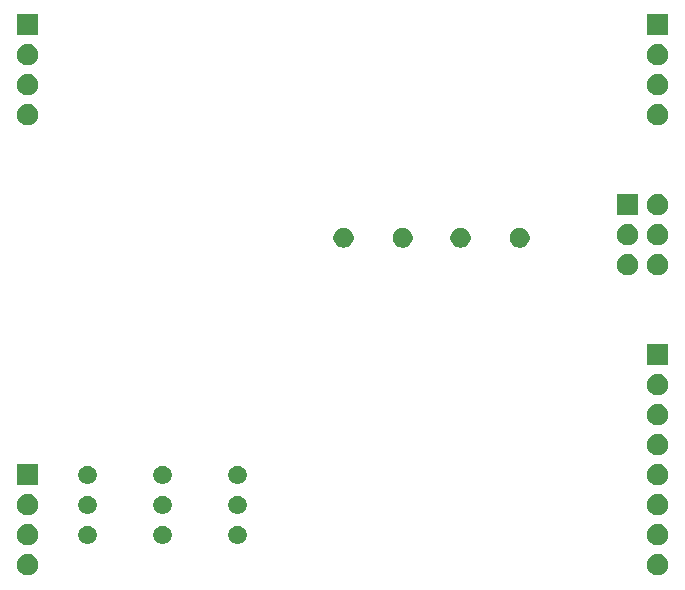
<source format=gbr>
G04 #@! TF.GenerationSoftware,KiCad,Pcbnew,5.1.6-c6e7f7d~87~ubuntu18.04.1*
G04 #@! TF.CreationDate,2020-08-18T13:39:28-04:00*
G04 #@! TF.ProjectId,2164SVF,32313634-5356-4462-9e6b-696361645f70,0*
G04 #@! TF.SameCoordinates,Original*
G04 #@! TF.FileFunction,Soldermask,Bot*
G04 #@! TF.FilePolarity,Negative*
%FSLAX46Y46*%
G04 Gerber Fmt 4.6, Leading zero omitted, Abs format (unit mm)*
G04 Created by KiCad (PCBNEW 5.1.6-c6e7f7d~87~ubuntu18.04.1) date 2020-08-18 13:39:28*
%MOMM*%
%LPD*%
G01*
G04 APERTURE LIST*
%ADD10C,0.100000*%
G04 APERTURE END LIST*
D10*
G36*
X147433512Y-113403927D02*
G01*
X147582812Y-113433624D01*
X147746784Y-113501544D01*
X147894354Y-113600147D01*
X148019853Y-113725646D01*
X148118456Y-113873216D01*
X148186376Y-114037188D01*
X148221000Y-114211259D01*
X148221000Y-114388741D01*
X148186376Y-114562812D01*
X148118456Y-114726784D01*
X148019853Y-114874354D01*
X147894354Y-114999853D01*
X147746784Y-115098456D01*
X147582812Y-115166376D01*
X147433512Y-115196073D01*
X147408742Y-115201000D01*
X147231258Y-115201000D01*
X147206488Y-115196073D01*
X147057188Y-115166376D01*
X146893216Y-115098456D01*
X146745646Y-114999853D01*
X146620147Y-114874354D01*
X146521544Y-114726784D01*
X146453624Y-114562812D01*
X146419000Y-114388741D01*
X146419000Y-114211259D01*
X146453624Y-114037188D01*
X146521544Y-113873216D01*
X146620147Y-113725646D01*
X146745646Y-113600147D01*
X146893216Y-113501544D01*
X147057188Y-113433624D01*
X147206488Y-113403927D01*
X147231258Y-113399000D01*
X147408742Y-113399000D01*
X147433512Y-113403927D01*
G37*
G36*
X94093512Y-113403927D02*
G01*
X94242812Y-113433624D01*
X94406784Y-113501544D01*
X94554354Y-113600147D01*
X94679853Y-113725646D01*
X94778456Y-113873216D01*
X94846376Y-114037188D01*
X94881000Y-114211259D01*
X94881000Y-114388741D01*
X94846376Y-114562812D01*
X94778456Y-114726784D01*
X94679853Y-114874354D01*
X94554354Y-114999853D01*
X94406784Y-115098456D01*
X94242812Y-115166376D01*
X94093512Y-115196073D01*
X94068742Y-115201000D01*
X93891258Y-115201000D01*
X93866488Y-115196073D01*
X93717188Y-115166376D01*
X93553216Y-115098456D01*
X93405646Y-114999853D01*
X93280147Y-114874354D01*
X93181544Y-114726784D01*
X93113624Y-114562812D01*
X93079000Y-114388741D01*
X93079000Y-114211259D01*
X93113624Y-114037188D01*
X93181544Y-113873216D01*
X93280147Y-113725646D01*
X93405646Y-113600147D01*
X93553216Y-113501544D01*
X93717188Y-113433624D01*
X93866488Y-113403927D01*
X93891258Y-113399000D01*
X94068742Y-113399000D01*
X94093512Y-113403927D01*
G37*
G36*
X94093512Y-110863927D02*
G01*
X94242812Y-110893624D01*
X94406784Y-110961544D01*
X94554354Y-111060147D01*
X94679853Y-111185646D01*
X94778456Y-111333216D01*
X94846376Y-111497188D01*
X94881000Y-111671259D01*
X94881000Y-111848741D01*
X94846376Y-112022812D01*
X94778456Y-112186784D01*
X94679853Y-112334354D01*
X94554354Y-112459853D01*
X94406784Y-112558456D01*
X94242812Y-112626376D01*
X94093512Y-112656073D01*
X94068742Y-112661000D01*
X93891258Y-112661000D01*
X93866488Y-112656073D01*
X93717188Y-112626376D01*
X93553216Y-112558456D01*
X93405646Y-112459853D01*
X93280147Y-112334354D01*
X93181544Y-112186784D01*
X93113624Y-112022812D01*
X93079000Y-111848741D01*
X93079000Y-111671259D01*
X93113624Y-111497188D01*
X93181544Y-111333216D01*
X93280147Y-111185646D01*
X93405646Y-111060147D01*
X93553216Y-110961544D01*
X93717188Y-110893624D01*
X93866488Y-110863927D01*
X93891258Y-110859000D01*
X94068742Y-110859000D01*
X94093512Y-110863927D01*
G37*
G36*
X147433512Y-110863927D02*
G01*
X147582812Y-110893624D01*
X147746784Y-110961544D01*
X147894354Y-111060147D01*
X148019853Y-111185646D01*
X148118456Y-111333216D01*
X148186376Y-111497188D01*
X148221000Y-111671259D01*
X148221000Y-111848741D01*
X148186376Y-112022812D01*
X148118456Y-112186784D01*
X148019853Y-112334354D01*
X147894354Y-112459853D01*
X147746784Y-112558456D01*
X147582812Y-112626376D01*
X147433512Y-112656073D01*
X147408742Y-112661000D01*
X147231258Y-112661000D01*
X147206488Y-112656073D01*
X147057188Y-112626376D01*
X146893216Y-112558456D01*
X146745646Y-112459853D01*
X146620147Y-112334354D01*
X146521544Y-112186784D01*
X146453624Y-112022812D01*
X146419000Y-111848741D01*
X146419000Y-111671259D01*
X146453624Y-111497188D01*
X146521544Y-111333216D01*
X146620147Y-111185646D01*
X146745646Y-111060147D01*
X146893216Y-110961544D01*
X147057188Y-110893624D01*
X147206488Y-110863927D01*
X147231258Y-110859000D01*
X147408742Y-110859000D01*
X147433512Y-110863927D01*
G37*
G36*
X111885589Y-110998876D02*
G01*
X111984893Y-111018629D01*
X112125206Y-111076748D01*
X112251484Y-111161125D01*
X112358875Y-111268516D01*
X112443252Y-111394794D01*
X112501371Y-111535107D01*
X112531000Y-111684063D01*
X112531000Y-111835937D01*
X112501371Y-111984893D01*
X112443252Y-112125206D01*
X112358875Y-112251484D01*
X112251484Y-112358875D01*
X112125206Y-112443252D01*
X111984893Y-112501371D01*
X111885589Y-112521124D01*
X111835938Y-112531000D01*
X111684062Y-112531000D01*
X111634411Y-112521124D01*
X111535107Y-112501371D01*
X111394794Y-112443252D01*
X111268516Y-112358875D01*
X111161125Y-112251484D01*
X111076748Y-112125206D01*
X111018629Y-111984893D01*
X110989000Y-111835937D01*
X110989000Y-111684063D01*
X111018629Y-111535107D01*
X111076748Y-111394794D01*
X111161125Y-111268516D01*
X111268516Y-111161125D01*
X111394794Y-111076748D01*
X111535107Y-111018629D01*
X111634411Y-110998876D01*
X111684062Y-110989000D01*
X111835938Y-110989000D01*
X111885589Y-110998876D01*
G37*
G36*
X99185589Y-110998876D02*
G01*
X99284893Y-111018629D01*
X99425206Y-111076748D01*
X99551484Y-111161125D01*
X99658875Y-111268516D01*
X99743252Y-111394794D01*
X99801371Y-111535107D01*
X99831000Y-111684063D01*
X99831000Y-111835937D01*
X99801371Y-111984893D01*
X99743252Y-112125206D01*
X99658875Y-112251484D01*
X99551484Y-112358875D01*
X99425206Y-112443252D01*
X99284893Y-112501371D01*
X99185589Y-112521124D01*
X99135938Y-112531000D01*
X98984062Y-112531000D01*
X98934411Y-112521124D01*
X98835107Y-112501371D01*
X98694794Y-112443252D01*
X98568516Y-112358875D01*
X98461125Y-112251484D01*
X98376748Y-112125206D01*
X98318629Y-111984893D01*
X98289000Y-111835937D01*
X98289000Y-111684063D01*
X98318629Y-111535107D01*
X98376748Y-111394794D01*
X98461125Y-111268516D01*
X98568516Y-111161125D01*
X98694794Y-111076748D01*
X98835107Y-111018629D01*
X98934411Y-110998876D01*
X98984062Y-110989000D01*
X99135938Y-110989000D01*
X99185589Y-110998876D01*
G37*
G36*
X105535589Y-110998876D02*
G01*
X105634893Y-111018629D01*
X105775206Y-111076748D01*
X105901484Y-111161125D01*
X106008875Y-111268516D01*
X106093252Y-111394794D01*
X106151371Y-111535107D01*
X106181000Y-111684063D01*
X106181000Y-111835937D01*
X106151371Y-111984893D01*
X106093252Y-112125206D01*
X106008875Y-112251484D01*
X105901484Y-112358875D01*
X105775206Y-112443252D01*
X105634893Y-112501371D01*
X105535589Y-112521124D01*
X105485938Y-112531000D01*
X105334062Y-112531000D01*
X105284411Y-112521124D01*
X105185107Y-112501371D01*
X105044794Y-112443252D01*
X104918516Y-112358875D01*
X104811125Y-112251484D01*
X104726748Y-112125206D01*
X104668629Y-111984893D01*
X104639000Y-111835937D01*
X104639000Y-111684063D01*
X104668629Y-111535107D01*
X104726748Y-111394794D01*
X104811125Y-111268516D01*
X104918516Y-111161125D01*
X105044794Y-111076748D01*
X105185107Y-111018629D01*
X105284411Y-110998876D01*
X105334062Y-110989000D01*
X105485938Y-110989000D01*
X105535589Y-110998876D01*
G37*
G36*
X94093512Y-108323927D02*
G01*
X94242812Y-108353624D01*
X94406784Y-108421544D01*
X94554354Y-108520147D01*
X94679853Y-108645646D01*
X94778456Y-108793216D01*
X94846376Y-108957188D01*
X94881000Y-109131259D01*
X94881000Y-109308741D01*
X94846376Y-109482812D01*
X94778456Y-109646784D01*
X94679853Y-109794354D01*
X94554354Y-109919853D01*
X94406784Y-110018456D01*
X94242812Y-110086376D01*
X94093512Y-110116073D01*
X94068742Y-110121000D01*
X93891258Y-110121000D01*
X93866488Y-110116073D01*
X93717188Y-110086376D01*
X93553216Y-110018456D01*
X93405646Y-109919853D01*
X93280147Y-109794354D01*
X93181544Y-109646784D01*
X93113624Y-109482812D01*
X93079000Y-109308741D01*
X93079000Y-109131259D01*
X93113624Y-108957188D01*
X93181544Y-108793216D01*
X93280147Y-108645646D01*
X93405646Y-108520147D01*
X93553216Y-108421544D01*
X93717188Y-108353624D01*
X93866488Y-108323927D01*
X93891258Y-108319000D01*
X94068742Y-108319000D01*
X94093512Y-108323927D01*
G37*
G36*
X147433512Y-108323927D02*
G01*
X147582812Y-108353624D01*
X147746784Y-108421544D01*
X147894354Y-108520147D01*
X148019853Y-108645646D01*
X148118456Y-108793216D01*
X148186376Y-108957188D01*
X148221000Y-109131259D01*
X148221000Y-109308741D01*
X148186376Y-109482812D01*
X148118456Y-109646784D01*
X148019853Y-109794354D01*
X147894354Y-109919853D01*
X147746784Y-110018456D01*
X147582812Y-110086376D01*
X147433512Y-110116073D01*
X147408742Y-110121000D01*
X147231258Y-110121000D01*
X147206488Y-110116073D01*
X147057188Y-110086376D01*
X146893216Y-110018456D01*
X146745646Y-109919853D01*
X146620147Y-109794354D01*
X146521544Y-109646784D01*
X146453624Y-109482812D01*
X146419000Y-109308741D01*
X146419000Y-109131259D01*
X146453624Y-108957188D01*
X146521544Y-108793216D01*
X146620147Y-108645646D01*
X146745646Y-108520147D01*
X146893216Y-108421544D01*
X147057188Y-108353624D01*
X147206488Y-108323927D01*
X147231258Y-108319000D01*
X147408742Y-108319000D01*
X147433512Y-108323927D01*
G37*
G36*
X105535589Y-108458876D02*
G01*
X105634893Y-108478629D01*
X105775206Y-108536748D01*
X105901484Y-108621125D01*
X106008875Y-108728516D01*
X106093252Y-108854794D01*
X106151371Y-108995107D01*
X106181000Y-109144063D01*
X106181000Y-109295937D01*
X106151371Y-109444893D01*
X106093252Y-109585206D01*
X106008875Y-109711484D01*
X105901484Y-109818875D01*
X105775206Y-109903252D01*
X105634893Y-109961371D01*
X105535589Y-109981124D01*
X105485938Y-109991000D01*
X105334062Y-109991000D01*
X105284411Y-109981124D01*
X105185107Y-109961371D01*
X105044794Y-109903252D01*
X104918516Y-109818875D01*
X104811125Y-109711484D01*
X104726748Y-109585206D01*
X104668629Y-109444893D01*
X104639000Y-109295937D01*
X104639000Y-109144063D01*
X104668629Y-108995107D01*
X104726748Y-108854794D01*
X104811125Y-108728516D01*
X104918516Y-108621125D01*
X105044794Y-108536748D01*
X105185107Y-108478629D01*
X105284411Y-108458876D01*
X105334062Y-108449000D01*
X105485938Y-108449000D01*
X105535589Y-108458876D01*
G37*
G36*
X111885589Y-108458876D02*
G01*
X111984893Y-108478629D01*
X112125206Y-108536748D01*
X112251484Y-108621125D01*
X112358875Y-108728516D01*
X112443252Y-108854794D01*
X112501371Y-108995107D01*
X112531000Y-109144063D01*
X112531000Y-109295937D01*
X112501371Y-109444893D01*
X112443252Y-109585206D01*
X112358875Y-109711484D01*
X112251484Y-109818875D01*
X112125206Y-109903252D01*
X111984893Y-109961371D01*
X111885589Y-109981124D01*
X111835938Y-109991000D01*
X111684062Y-109991000D01*
X111634411Y-109981124D01*
X111535107Y-109961371D01*
X111394794Y-109903252D01*
X111268516Y-109818875D01*
X111161125Y-109711484D01*
X111076748Y-109585206D01*
X111018629Y-109444893D01*
X110989000Y-109295937D01*
X110989000Y-109144063D01*
X111018629Y-108995107D01*
X111076748Y-108854794D01*
X111161125Y-108728516D01*
X111268516Y-108621125D01*
X111394794Y-108536748D01*
X111535107Y-108478629D01*
X111634411Y-108458876D01*
X111684062Y-108449000D01*
X111835938Y-108449000D01*
X111885589Y-108458876D01*
G37*
G36*
X99185589Y-108458876D02*
G01*
X99284893Y-108478629D01*
X99425206Y-108536748D01*
X99551484Y-108621125D01*
X99658875Y-108728516D01*
X99743252Y-108854794D01*
X99801371Y-108995107D01*
X99831000Y-109144063D01*
X99831000Y-109295937D01*
X99801371Y-109444893D01*
X99743252Y-109585206D01*
X99658875Y-109711484D01*
X99551484Y-109818875D01*
X99425206Y-109903252D01*
X99284893Y-109961371D01*
X99185589Y-109981124D01*
X99135938Y-109991000D01*
X98984062Y-109991000D01*
X98934411Y-109981124D01*
X98835107Y-109961371D01*
X98694794Y-109903252D01*
X98568516Y-109818875D01*
X98461125Y-109711484D01*
X98376748Y-109585206D01*
X98318629Y-109444893D01*
X98289000Y-109295937D01*
X98289000Y-109144063D01*
X98318629Y-108995107D01*
X98376748Y-108854794D01*
X98461125Y-108728516D01*
X98568516Y-108621125D01*
X98694794Y-108536748D01*
X98835107Y-108478629D01*
X98934411Y-108458876D01*
X98984062Y-108449000D01*
X99135938Y-108449000D01*
X99185589Y-108458876D01*
G37*
G36*
X94881000Y-107581000D02*
G01*
X93079000Y-107581000D01*
X93079000Y-105779000D01*
X94881000Y-105779000D01*
X94881000Y-107581000D01*
G37*
G36*
X147433512Y-105783927D02*
G01*
X147582812Y-105813624D01*
X147746784Y-105881544D01*
X147894354Y-105980147D01*
X148019853Y-106105646D01*
X148118456Y-106253216D01*
X148186376Y-106417188D01*
X148221000Y-106591259D01*
X148221000Y-106768741D01*
X148186376Y-106942812D01*
X148118456Y-107106784D01*
X148019853Y-107254354D01*
X147894354Y-107379853D01*
X147746784Y-107478456D01*
X147582812Y-107546376D01*
X147433512Y-107576073D01*
X147408742Y-107581000D01*
X147231258Y-107581000D01*
X147206488Y-107576073D01*
X147057188Y-107546376D01*
X146893216Y-107478456D01*
X146745646Y-107379853D01*
X146620147Y-107254354D01*
X146521544Y-107106784D01*
X146453624Y-106942812D01*
X146419000Y-106768741D01*
X146419000Y-106591259D01*
X146453624Y-106417188D01*
X146521544Y-106253216D01*
X146620147Y-106105646D01*
X146745646Y-105980147D01*
X146893216Y-105881544D01*
X147057188Y-105813624D01*
X147206488Y-105783927D01*
X147231258Y-105779000D01*
X147408742Y-105779000D01*
X147433512Y-105783927D01*
G37*
G36*
X111885589Y-105918876D02*
G01*
X111984893Y-105938629D01*
X112125206Y-105996748D01*
X112251484Y-106081125D01*
X112358875Y-106188516D01*
X112443252Y-106314794D01*
X112501371Y-106455107D01*
X112531000Y-106604063D01*
X112531000Y-106755937D01*
X112501371Y-106904893D01*
X112443252Y-107045206D01*
X112358875Y-107171484D01*
X112251484Y-107278875D01*
X112125206Y-107363252D01*
X111984893Y-107421371D01*
X111885589Y-107441124D01*
X111835938Y-107451000D01*
X111684062Y-107451000D01*
X111634411Y-107441124D01*
X111535107Y-107421371D01*
X111394794Y-107363252D01*
X111268516Y-107278875D01*
X111161125Y-107171484D01*
X111076748Y-107045206D01*
X111018629Y-106904893D01*
X110989000Y-106755937D01*
X110989000Y-106604063D01*
X111018629Y-106455107D01*
X111076748Y-106314794D01*
X111161125Y-106188516D01*
X111268516Y-106081125D01*
X111394794Y-105996748D01*
X111535107Y-105938629D01*
X111634411Y-105918876D01*
X111684062Y-105909000D01*
X111835938Y-105909000D01*
X111885589Y-105918876D01*
G37*
G36*
X105535589Y-105918876D02*
G01*
X105634893Y-105938629D01*
X105775206Y-105996748D01*
X105901484Y-106081125D01*
X106008875Y-106188516D01*
X106093252Y-106314794D01*
X106151371Y-106455107D01*
X106181000Y-106604063D01*
X106181000Y-106755937D01*
X106151371Y-106904893D01*
X106093252Y-107045206D01*
X106008875Y-107171484D01*
X105901484Y-107278875D01*
X105775206Y-107363252D01*
X105634893Y-107421371D01*
X105535589Y-107441124D01*
X105485938Y-107451000D01*
X105334062Y-107451000D01*
X105284411Y-107441124D01*
X105185107Y-107421371D01*
X105044794Y-107363252D01*
X104918516Y-107278875D01*
X104811125Y-107171484D01*
X104726748Y-107045206D01*
X104668629Y-106904893D01*
X104639000Y-106755937D01*
X104639000Y-106604063D01*
X104668629Y-106455107D01*
X104726748Y-106314794D01*
X104811125Y-106188516D01*
X104918516Y-106081125D01*
X105044794Y-105996748D01*
X105185107Y-105938629D01*
X105284411Y-105918876D01*
X105334062Y-105909000D01*
X105485938Y-105909000D01*
X105535589Y-105918876D01*
G37*
G36*
X99185589Y-105918876D02*
G01*
X99284893Y-105938629D01*
X99425206Y-105996748D01*
X99551484Y-106081125D01*
X99658875Y-106188516D01*
X99743252Y-106314794D01*
X99801371Y-106455107D01*
X99831000Y-106604063D01*
X99831000Y-106755937D01*
X99801371Y-106904893D01*
X99743252Y-107045206D01*
X99658875Y-107171484D01*
X99551484Y-107278875D01*
X99425206Y-107363252D01*
X99284893Y-107421371D01*
X99185589Y-107441124D01*
X99135938Y-107451000D01*
X98984062Y-107451000D01*
X98934411Y-107441124D01*
X98835107Y-107421371D01*
X98694794Y-107363252D01*
X98568516Y-107278875D01*
X98461125Y-107171484D01*
X98376748Y-107045206D01*
X98318629Y-106904893D01*
X98289000Y-106755937D01*
X98289000Y-106604063D01*
X98318629Y-106455107D01*
X98376748Y-106314794D01*
X98461125Y-106188516D01*
X98568516Y-106081125D01*
X98694794Y-105996748D01*
X98835107Y-105938629D01*
X98934411Y-105918876D01*
X98984062Y-105909000D01*
X99135938Y-105909000D01*
X99185589Y-105918876D01*
G37*
G36*
X147433512Y-103243927D02*
G01*
X147582812Y-103273624D01*
X147746784Y-103341544D01*
X147894354Y-103440147D01*
X148019853Y-103565646D01*
X148118456Y-103713216D01*
X148186376Y-103877188D01*
X148221000Y-104051259D01*
X148221000Y-104228741D01*
X148186376Y-104402812D01*
X148118456Y-104566784D01*
X148019853Y-104714354D01*
X147894354Y-104839853D01*
X147746784Y-104938456D01*
X147582812Y-105006376D01*
X147433512Y-105036073D01*
X147408742Y-105041000D01*
X147231258Y-105041000D01*
X147206488Y-105036073D01*
X147057188Y-105006376D01*
X146893216Y-104938456D01*
X146745646Y-104839853D01*
X146620147Y-104714354D01*
X146521544Y-104566784D01*
X146453624Y-104402812D01*
X146419000Y-104228741D01*
X146419000Y-104051259D01*
X146453624Y-103877188D01*
X146521544Y-103713216D01*
X146620147Y-103565646D01*
X146745646Y-103440147D01*
X146893216Y-103341544D01*
X147057188Y-103273624D01*
X147206488Y-103243927D01*
X147231258Y-103239000D01*
X147408742Y-103239000D01*
X147433512Y-103243927D01*
G37*
G36*
X147433512Y-100703927D02*
G01*
X147582812Y-100733624D01*
X147746784Y-100801544D01*
X147894354Y-100900147D01*
X148019853Y-101025646D01*
X148118456Y-101173216D01*
X148186376Y-101337188D01*
X148221000Y-101511259D01*
X148221000Y-101688741D01*
X148186376Y-101862812D01*
X148118456Y-102026784D01*
X148019853Y-102174354D01*
X147894354Y-102299853D01*
X147746784Y-102398456D01*
X147582812Y-102466376D01*
X147433512Y-102496073D01*
X147408742Y-102501000D01*
X147231258Y-102501000D01*
X147206488Y-102496073D01*
X147057188Y-102466376D01*
X146893216Y-102398456D01*
X146745646Y-102299853D01*
X146620147Y-102174354D01*
X146521544Y-102026784D01*
X146453624Y-101862812D01*
X146419000Y-101688741D01*
X146419000Y-101511259D01*
X146453624Y-101337188D01*
X146521544Y-101173216D01*
X146620147Y-101025646D01*
X146745646Y-100900147D01*
X146893216Y-100801544D01*
X147057188Y-100733624D01*
X147206488Y-100703927D01*
X147231258Y-100699000D01*
X147408742Y-100699000D01*
X147433512Y-100703927D01*
G37*
G36*
X147433512Y-98163927D02*
G01*
X147582812Y-98193624D01*
X147746784Y-98261544D01*
X147894354Y-98360147D01*
X148019853Y-98485646D01*
X148118456Y-98633216D01*
X148186376Y-98797188D01*
X148221000Y-98971259D01*
X148221000Y-99148741D01*
X148186376Y-99322812D01*
X148118456Y-99486784D01*
X148019853Y-99634354D01*
X147894354Y-99759853D01*
X147746784Y-99858456D01*
X147582812Y-99926376D01*
X147433512Y-99956073D01*
X147408742Y-99961000D01*
X147231258Y-99961000D01*
X147206488Y-99956073D01*
X147057188Y-99926376D01*
X146893216Y-99858456D01*
X146745646Y-99759853D01*
X146620147Y-99634354D01*
X146521544Y-99486784D01*
X146453624Y-99322812D01*
X146419000Y-99148741D01*
X146419000Y-98971259D01*
X146453624Y-98797188D01*
X146521544Y-98633216D01*
X146620147Y-98485646D01*
X146745646Y-98360147D01*
X146893216Y-98261544D01*
X147057188Y-98193624D01*
X147206488Y-98163927D01*
X147231258Y-98159000D01*
X147408742Y-98159000D01*
X147433512Y-98163927D01*
G37*
G36*
X148221000Y-97421000D02*
G01*
X146419000Y-97421000D01*
X146419000Y-95619000D01*
X148221000Y-95619000D01*
X148221000Y-97421000D01*
G37*
G36*
X147433512Y-88003927D02*
G01*
X147582812Y-88033624D01*
X147746784Y-88101544D01*
X147894354Y-88200147D01*
X148019853Y-88325646D01*
X148118456Y-88473216D01*
X148186376Y-88637188D01*
X148221000Y-88811259D01*
X148221000Y-88988741D01*
X148186376Y-89162812D01*
X148118456Y-89326784D01*
X148019853Y-89474354D01*
X147894354Y-89599853D01*
X147746784Y-89698456D01*
X147582812Y-89766376D01*
X147433512Y-89796073D01*
X147408742Y-89801000D01*
X147231258Y-89801000D01*
X147206488Y-89796073D01*
X147057188Y-89766376D01*
X146893216Y-89698456D01*
X146745646Y-89599853D01*
X146620147Y-89474354D01*
X146521544Y-89326784D01*
X146453624Y-89162812D01*
X146419000Y-88988741D01*
X146419000Y-88811259D01*
X146453624Y-88637188D01*
X146521544Y-88473216D01*
X146620147Y-88325646D01*
X146745646Y-88200147D01*
X146893216Y-88101544D01*
X147057188Y-88033624D01*
X147206488Y-88003927D01*
X147231258Y-87999000D01*
X147408742Y-87999000D01*
X147433512Y-88003927D01*
G37*
G36*
X144893512Y-88003927D02*
G01*
X145042812Y-88033624D01*
X145206784Y-88101544D01*
X145354354Y-88200147D01*
X145479853Y-88325646D01*
X145578456Y-88473216D01*
X145646376Y-88637188D01*
X145681000Y-88811259D01*
X145681000Y-88988741D01*
X145646376Y-89162812D01*
X145578456Y-89326784D01*
X145479853Y-89474354D01*
X145354354Y-89599853D01*
X145206784Y-89698456D01*
X145042812Y-89766376D01*
X144893512Y-89796073D01*
X144868742Y-89801000D01*
X144691258Y-89801000D01*
X144666488Y-89796073D01*
X144517188Y-89766376D01*
X144353216Y-89698456D01*
X144205646Y-89599853D01*
X144080147Y-89474354D01*
X143981544Y-89326784D01*
X143913624Y-89162812D01*
X143879000Y-88988741D01*
X143879000Y-88811259D01*
X143913624Y-88637188D01*
X143981544Y-88473216D01*
X144080147Y-88325646D01*
X144205646Y-88200147D01*
X144353216Y-88101544D01*
X144517188Y-88033624D01*
X144666488Y-88003927D01*
X144691258Y-87999000D01*
X144868742Y-87999000D01*
X144893512Y-88003927D01*
G37*
G36*
X120978228Y-85795703D02*
G01*
X121133100Y-85859853D01*
X121272481Y-85952985D01*
X121391015Y-86071519D01*
X121484147Y-86210900D01*
X121548297Y-86365772D01*
X121581000Y-86530184D01*
X121581000Y-86697816D01*
X121548297Y-86862228D01*
X121484147Y-87017100D01*
X121391015Y-87156481D01*
X121272481Y-87275015D01*
X121133100Y-87368147D01*
X120978228Y-87432297D01*
X120813816Y-87465000D01*
X120646184Y-87465000D01*
X120481772Y-87432297D01*
X120326900Y-87368147D01*
X120187519Y-87275015D01*
X120068985Y-87156481D01*
X119975853Y-87017100D01*
X119911703Y-86862228D01*
X119879000Y-86697816D01*
X119879000Y-86530184D01*
X119911703Y-86365772D01*
X119975853Y-86210900D01*
X120068985Y-86071519D01*
X120187519Y-85952985D01*
X120326900Y-85859853D01*
X120481772Y-85795703D01*
X120646184Y-85763000D01*
X120813816Y-85763000D01*
X120978228Y-85795703D01*
G37*
G36*
X125978228Y-85795703D02*
G01*
X126133100Y-85859853D01*
X126272481Y-85952985D01*
X126391015Y-86071519D01*
X126484147Y-86210900D01*
X126548297Y-86365772D01*
X126581000Y-86530184D01*
X126581000Y-86697816D01*
X126548297Y-86862228D01*
X126484147Y-87017100D01*
X126391015Y-87156481D01*
X126272481Y-87275015D01*
X126133100Y-87368147D01*
X125978228Y-87432297D01*
X125813816Y-87465000D01*
X125646184Y-87465000D01*
X125481772Y-87432297D01*
X125326900Y-87368147D01*
X125187519Y-87275015D01*
X125068985Y-87156481D01*
X124975853Y-87017100D01*
X124911703Y-86862228D01*
X124879000Y-86697816D01*
X124879000Y-86530184D01*
X124911703Y-86365772D01*
X124975853Y-86210900D01*
X125068985Y-86071519D01*
X125187519Y-85952985D01*
X125326900Y-85859853D01*
X125481772Y-85795703D01*
X125646184Y-85763000D01*
X125813816Y-85763000D01*
X125978228Y-85795703D01*
G37*
G36*
X135884228Y-85795703D02*
G01*
X136039100Y-85859853D01*
X136178481Y-85952985D01*
X136297015Y-86071519D01*
X136390147Y-86210900D01*
X136454297Y-86365772D01*
X136487000Y-86530184D01*
X136487000Y-86697816D01*
X136454297Y-86862228D01*
X136390147Y-87017100D01*
X136297015Y-87156481D01*
X136178481Y-87275015D01*
X136039100Y-87368147D01*
X135884228Y-87432297D01*
X135719816Y-87465000D01*
X135552184Y-87465000D01*
X135387772Y-87432297D01*
X135232900Y-87368147D01*
X135093519Y-87275015D01*
X134974985Y-87156481D01*
X134881853Y-87017100D01*
X134817703Y-86862228D01*
X134785000Y-86697816D01*
X134785000Y-86530184D01*
X134817703Y-86365772D01*
X134881853Y-86210900D01*
X134974985Y-86071519D01*
X135093519Y-85952985D01*
X135232900Y-85859853D01*
X135387772Y-85795703D01*
X135552184Y-85763000D01*
X135719816Y-85763000D01*
X135884228Y-85795703D01*
G37*
G36*
X130884228Y-85795703D02*
G01*
X131039100Y-85859853D01*
X131178481Y-85952985D01*
X131297015Y-86071519D01*
X131390147Y-86210900D01*
X131454297Y-86365772D01*
X131487000Y-86530184D01*
X131487000Y-86697816D01*
X131454297Y-86862228D01*
X131390147Y-87017100D01*
X131297015Y-87156481D01*
X131178481Y-87275015D01*
X131039100Y-87368147D01*
X130884228Y-87432297D01*
X130719816Y-87465000D01*
X130552184Y-87465000D01*
X130387772Y-87432297D01*
X130232900Y-87368147D01*
X130093519Y-87275015D01*
X129974985Y-87156481D01*
X129881853Y-87017100D01*
X129817703Y-86862228D01*
X129785000Y-86697816D01*
X129785000Y-86530184D01*
X129817703Y-86365772D01*
X129881853Y-86210900D01*
X129974985Y-86071519D01*
X130093519Y-85952985D01*
X130232900Y-85859853D01*
X130387772Y-85795703D01*
X130552184Y-85763000D01*
X130719816Y-85763000D01*
X130884228Y-85795703D01*
G37*
G36*
X144893512Y-85463927D02*
G01*
X145042812Y-85493624D01*
X145206784Y-85561544D01*
X145354354Y-85660147D01*
X145479853Y-85785646D01*
X145578456Y-85933216D01*
X145646376Y-86097188D01*
X145681000Y-86271259D01*
X145681000Y-86448741D01*
X145646376Y-86622812D01*
X145578456Y-86786784D01*
X145479853Y-86934354D01*
X145354354Y-87059853D01*
X145206784Y-87158456D01*
X145042812Y-87226376D01*
X144893512Y-87256073D01*
X144868742Y-87261000D01*
X144691258Y-87261000D01*
X144666488Y-87256073D01*
X144517188Y-87226376D01*
X144353216Y-87158456D01*
X144205646Y-87059853D01*
X144080147Y-86934354D01*
X143981544Y-86786784D01*
X143913624Y-86622812D01*
X143879000Y-86448741D01*
X143879000Y-86271259D01*
X143913624Y-86097188D01*
X143981544Y-85933216D01*
X144080147Y-85785646D01*
X144205646Y-85660147D01*
X144353216Y-85561544D01*
X144517188Y-85493624D01*
X144666488Y-85463927D01*
X144691258Y-85459000D01*
X144868742Y-85459000D01*
X144893512Y-85463927D01*
G37*
G36*
X147433512Y-85463927D02*
G01*
X147582812Y-85493624D01*
X147746784Y-85561544D01*
X147894354Y-85660147D01*
X148019853Y-85785646D01*
X148118456Y-85933216D01*
X148186376Y-86097188D01*
X148221000Y-86271259D01*
X148221000Y-86448741D01*
X148186376Y-86622812D01*
X148118456Y-86786784D01*
X148019853Y-86934354D01*
X147894354Y-87059853D01*
X147746784Y-87158456D01*
X147582812Y-87226376D01*
X147433512Y-87256073D01*
X147408742Y-87261000D01*
X147231258Y-87261000D01*
X147206488Y-87256073D01*
X147057188Y-87226376D01*
X146893216Y-87158456D01*
X146745646Y-87059853D01*
X146620147Y-86934354D01*
X146521544Y-86786784D01*
X146453624Y-86622812D01*
X146419000Y-86448741D01*
X146419000Y-86271259D01*
X146453624Y-86097188D01*
X146521544Y-85933216D01*
X146620147Y-85785646D01*
X146745646Y-85660147D01*
X146893216Y-85561544D01*
X147057188Y-85493624D01*
X147206488Y-85463927D01*
X147231258Y-85459000D01*
X147408742Y-85459000D01*
X147433512Y-85463927D01*
G37*
G36*
X145681000Y-84721000D02*
G01*
X143879000Y-84721000D01*
X143879000Y-82919000D01*
X145681000Y-82919000D01*
X145681000Y-84721000D01*
G37*
G36*
X147433512Y-82923927D02*
G01*
X147582812Y-82953624D01*
X147746784Y-83021544D01*
X147894354Y-83120147D01*
X148019853Y-83245646D01*
X148118456Y-83393216D01*
X148186376Y-83557188D01*
X148221000Y-83731259D01*
X148221000Y-83908741D01*
X148186376Y-84082812D01*
X148118456Y-84246784D01*
X148019853Y-84394354D01*
X147894354Y-84519853D01*
X147746784Y-84618456D01*
X147582812Y-84686376D01*
X147433512Y-84716073D01*
X147408742Y-84721000D01*
X147231258Y-84721000D01*
X147206488Y-84716073D01*
X147057188Y-84686376D01*
X146893216Y-84618456D01*
X146745646Y-84519853D01*
X146620147Y-84394354D01*
X146521544Y-84246784D01*
X146453624Y-84082812D01*
X146419000Y-83908741D01*
X146419000Y-83731259D01*
X146453624Y-83557188D01*
X146521544Y-83393216D01*
X146620147Y-83245646D01*
X146745646Y-83120147D01*
X146893216Y-83021544D01*
X147057188Y-82953624D01*
X147206488Y-82923927D01*
X147231258Y-82919000D01*
X147408742Y-82919000D01*
X147433512Y-82923927D01*
G37*
G36*
X147433512Y-75303927D02*
G01*
X147582812Y-75333624D01*
X147746784Y-75401544D01*
X147894354Y-75500147D01*
X148019853Y-75625646D01*
X148118456Y-75773216D01*
X148186376Y-75937188D01*
X148221000Y-76111259D01*
X148221000Y-76288741D01*
X148186376Y-76462812D01*
X148118456Y-76626784D01*
X148019853Y-76774354D01*
X147894354Y-76899853D01*
X147746784Y-76998456D01*
X147582812Y-77066376D01*
X147433512Y-77096073D01*
X147408742Y-77101000D01*
X147231258Y-77101000D01*
X147206488Y-77096073D01*
X147057188Y-77066376D01*
X146893216Y-76998456D01*
X146745646Y-76899853D01*
X146620147Y-76774354D01*
X146521544Y-76626784D01*
X146453624Y-76462812D01*
X146419000Y-76288741D01*
X146419000Y-76111259D01*
X146453624Y-75937188D01*
X146521544Y-75773216D01*
X146620147Y-75625646D01*
X146745646Y-75500147D01*
X146893216Y-75401544D01*
X147057188Y-75333624D01*
X147206488Y-75303927D01*
X147231258Y-75299000D01*
X147408742Y-75299000D01*
X147433512Y-75303927D01*
G37*
G36*
X94093512Y-75303927D02*
G01*
X94242812Y-75333624D01*
X94406784Y-75401544D01*
X94554354Y-75500147D01*
X94679853Y-75625646D01*
X94778456Y-75773216D01*
X94846376Y-75937188D01*
X94881000Y-76111259D01*
X94881000Y-76288741D01*
X94846376Y-76462812D01*
X94778456Y-76626784D01*
X94679853Y-76774354D01*
X94554354Y-76899853D01*
X94406784Y-76998456D01*
X94242812Y-77066376D01*
X94093512Y-77096073D01*
X94068742Y-77101000D01*
X93891258Y-77101000D01*
X93866488Y-77096073D01*
X93717188Y-77066376D01*
X93553216Y-76998456D01*
X93405646Y-76899853D01*
X93280147Y-76774354D01*
X93181544Y-76626784D01*
X93113624Y-76462812D01*
X93079000Y-76288741D01*
X93079000Y-76111259D01*
X93113624Y-75937188D01*
X93181544Y-75773216D01*
X93280147Y-75625646D01*
X93405646Y-75500147D01*
X93553216Y-75401544D01*
X93717188Y-75333624D01*
X93866488Y-75303927D01*
X93891258Y-75299000D01*
X94068742Y-75299000D01*
X94093512Y-75303927D01*
G37*
G36*
X94093512Y-72763927D02*
G01*
X94242812Y-72793624D01*
X94406784Y-72861544D01*
X94554354Y-72960147D01*
X94679853Y-73085646D01*
X94778456Y-73233216D01*
X94846376Y-73397188D01*
X94881000Y-73571259D01*
X94881000Y-73748741D01*
X94846376Y-73922812D01*
X94778456Y-74086784D01*
X94679853Y-74234354D01*
X94554354Y-74359853D01*
X94406784Y-74458456D01*
X94242812Y-74526376D01*
X94093512Y-74556073D01*
X94068742Y-74561000D01*
X93891258Y-74561000D01*
X93866488Y-74556073D01*
X93717188Y-74526376D01*
X93553216Y-74458456D01*
X93405646Y-74359853D01*
X93280147Y-74234354D01*
X93181544Y-74086784D01*
X93113624Y-73922812D01*
X93079000Y-73748741D01*
X93079000Y-73571259D01*
X93113624Y-73397188D01*
X93181544Y-73233216D01*
X93280147Y-73085646D01*
X93405646Y-72960147D01*
X93553216Y-72861544D01*
X93717188Y-72793624D01*
X93866488Y-72763927D01*
X93891258Y-72759000D01*
X94068742Y-72759000D01*
X94093512Y-72763927D01*
G37*
G36*
X147433512Y-72763927D02*
G01*
X147582812Y-72793624D01*
X147746784Y-72861544D01*
X147894354Y-72960147D01*
X148019853Y-73085646D01*
X148118456Y-73233216D01*
X148186376Y-73397188D01*
X148221000Y-73571259D01*
X148221000Y-73748741D01*
X148186376Y-73922812D01*
X148118456Y-74086784D01*
X148019853Y-74234354D01*
X147894354Y-74359853D01*
X147746784Y-74458456D01*
X147582812Y-74526376D01*
X147433512Y-74556073D01*
X147408742Y-74561000D01*
X147231258Y-74561000D01*
X147206488Y-74556073D01*
X147057188Y-74526376D01*
X146893216Y-74458456D01*
X146745646Y-74359853D01*
X146620147Y-74234354D01*
X146521544Y-74086784D01*
X146453624Y-73922812D01*
X146419000Y-73748741D01*
X146419000Y-73571259D01*
X146453624Y-73397188D01*
X146521544Y-73233216D01*
X146620147Y-73085646D01*
X146745646Y-72960147D01*
X146893216Y-72861544D01*
X147057188Y-72793624D01*
X147206488Y-72763927D01*
X147231258Y-72759000D01*
X147408742Y-72759000D01*
X147433512Y-72763927D01*
G37*
G36*
X147433512Y-70223927D02*
G01*
X147582812Y-70253624D01*
X147746784Y-70321544D01*
X147894354Y-70420147D01*
X148019853Y-70545646D01*
X148118456Y-70693216D01*
X148186376Y-70857188D01*
X148221000Y-71031259D01*
X148221000Y-71208741D01*
X148186376Y-71382812D01*
X148118456Y-71546784D01*
X148019853Y-71694354D01*
X147894354Y-71819853D01*
X147746784Y-71918456D01*
X147582812Y-71986376D01*
X147433512Y-72016073D01*
X147408742Y-72021000D01*
X147231258Y-72021000D01*
X147206488Y-72016073D01*
X147057188Y-71986376D01*
X146893216Y-71918456D01*
X146745646Y-71819853D01*
X146620147Y-71694354D01*
X146521544Y-71546784D01*
X146453624Y-71382812D01*
X146419000Y-71208741D01*
X146419000Y-71031259D01*
X146453624Y-70857188D01*
X146521544Y-70693216D01*
X146620147Y-70545646D01*
X146745646Y-70420147D01*
X146893216Y-70321544D01*
X147057188Y-70253624D01*
X147206488Y-70223927D01*
X147231258Y-70219000D01*
X147408742Y-70219000D01*
X147433512Y-70223927D01*
G37*
G36*
X94093512Y-70223927D02*
G01*
X94242812Y-70253624D01*
X94406784Y-70321544D01*
X94554354Y-70420147D01*
X94679853Y-70545646D01*
X94778456Y-70693216D01*
X94846376Y-70857188D01*
X94881000Y-71031259D01*
X94881000Y-71208741D01*
X94846376Y-71382812D01*
X94778456Y-71546784D01*
X94679853Y-71694354D01*
X94554354Y-71819853D01*
X94406784Y-71918456D01*
X94242812Y-71986376D01*
X94093512Y-72016073D01*
X94068742Y-72021000D01*
X93891258Y-72021000D01*
X93866488Y-72016073D01*
X93717188Y-71986376D01*
X93553216Y-71918456D01*
X93405646Y-71819853D01*
X93280147Y-71694354D01*
X93181544Y-71546784D01*
X93113624Y-71382812D01*
X93079000Y-71208741D01*
X93079000Y-71031259D01*
X93113624Y-70857188D01*
X93181544Y-70693216D01*
X93280147Y-70545646D01*
X93405646Y-70420147D01*
X93553216Y-70321544D01*
X93717188Y-70253624D01*
X93866488Y-70223927D01*
X93891258Y-70219000D01*
X94068742Y-70219000D01*
X94093512Y-70223927D01*
G37*
G36*
X148221000Y-69481000D02*
G01*
X146419000Y-69481000D01*
X146419000Y-67679000D01*
X148221000Y-67679000D01*
X148221000Y-69481000D01*
G37*
G36*
X94881000Y-69481000D02*
G01*
X93079000Y-69481000D01*
X93079000Y-67679000D01*
X94881000Y-67679000D01*
X94881000Y-69481000D01*
G37*
M02*

</source>
